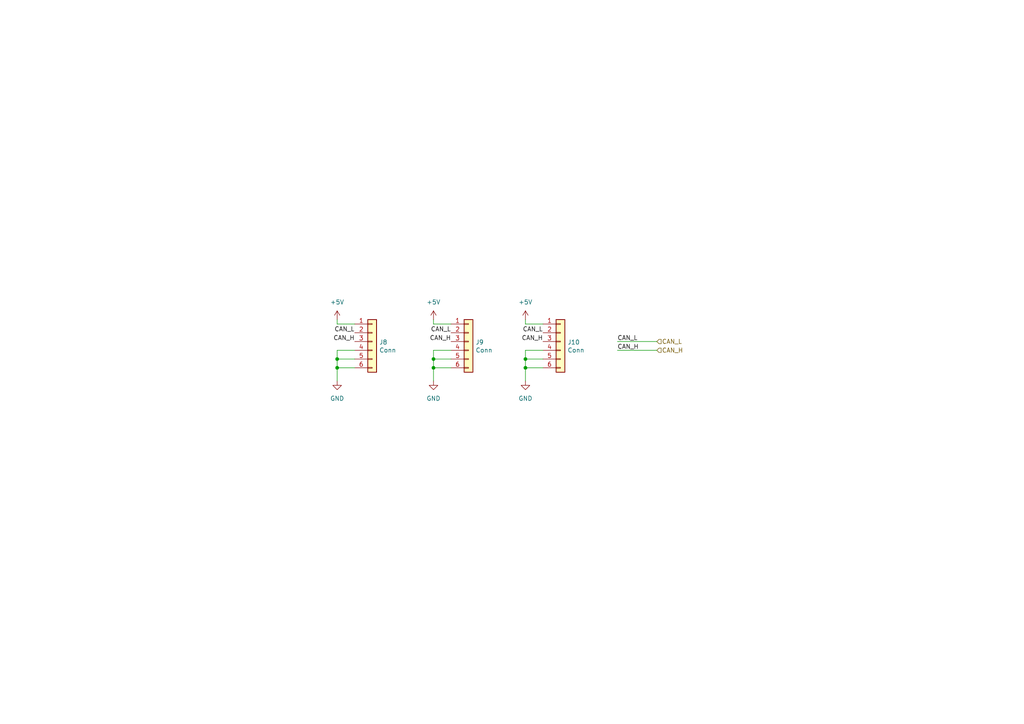
<source format=kicad_sch>
(kicad_sch (version 20211123) (generator eeschema)
  (paper "A4")
  (lib_symbols
    (symbol "Connector_Generic:Conn_01x06" (pin_names (offset 1.016) hide)
      (property "Reference" "J" (at 0 7.62 0))
      (property "Value" "Conn_01x06" (at 0 -10.16 0))
      (symbol "Conn_01x06_1_1"
        (rectangle (start -1.27 -7.493) (end 0 -7.747) (stroke (width 0.1524)))
        (rectangle (start -1.27 -4.953) (end 0 -5.207) (stroke (width 0.1524)))
        (rectangle (start -1.27 -2.413) (end 0 -2.667) (stroke (width 0.1524)))
        (rectangle (start -1.27 0.127) (end 0 -0.127) (stroke (width 0.1524)))
        (rectangle (start -1.27 2.667) (end 0 2.413) (stroke (width 0.1524)))
        (rectangle (start -1.27 5.207) (end 0 4.953) (stroke (width 0.1524)))
        (rectangle (start -1.27 6.35) (end 1.27 -8.89) (stroke (width 0.254)) (fill (type background)))
        (pin passive line (at -5.08 5.08 0) (length 3.81) (name "Pin_1") (number "1"))
        (pin passive line (at -5.08 2.54 0) (length 3.81) (name "Pin_2") (number "2"))
        (pin passive line (at -5.08 0 0) (length 3.81) (name "Pin_3") (number "3"))
        (pin passive line (at -5.08 -2.54 0) (length 3.81) (name "Pin_4") (number "4"))
        (pin passive line (at -5.08 -5.08 0) (length 3.81) (name "Pin_5") (number "5"))
        (pin passive line (at -5.08 -7.62 0) (length 3.81) (name "Pin_6") (number "6"))
      )
    )
    (symbol "power:+5V" (power) (pin_names (offset 0))
      (property "Value" "+5V" (at 0 3.556 0))
      (symbol "+5V_0_1"
        (polyline (pts (xy -0.762 1.27) (xy 0 2.54)))
        (polyline (pts (xy 0 0) (xy 0 2.54)))
        (polyline (pts (xy 0 2.54) (xy 0.762 1.27)))
      )
      (symbol "+5V_1_1"
        (pin power_in line (at 0 0 90) (length 0) hide (name "+5V") (number "1"))
      )
    )
    (symbol "power:GND" (power) (pin_names (offset 0))
      (property "Value" "GND" (at 0 -3.81 0))
      (symbol "GND_0_1"
        (polyline (pts (xy 0 0) (xy 0 -1.27) (xy 1.27 -1.27) (xy 0 -2.54) (xy -1.27 -1.27) (xy 0 -1.27)))
      )
      (symbol "GND_1_1"
        (pin power_in line (at 0 0 270) (length 0) hide (name "GND") (number "1"))
      )
    )
  )
  (junction (at 97.79 106.68))
  (junction (at 152.4 104.14))
  (junction (at 97.79 104.14))
  (junction (at 152.4 106.68))
  (junction (at 125.73 104.14))
  (junction (at 125.73 106.68))
  (wire (pts (xy 97.79 93.98) (xy 102.87 93.98)))
  (wire (pts (xy 97.79 93.98) (xy 97.79 92.71)))
  (wire (pts (xy 152.4 93.98) (xy 152.4 92.71)))
  (wire (pts (xy 97.79 104.14) (xy 102.87 104.14)))
  (wire (pts (xy 152.4 104.14) (xy 152.4 106.68)))
  (wire (pts (xy 152.4 101.6) (xy 157.48 101.6)))
  (wire (pts (xy 125.73 93.98) (xy 125.73 92.71)))
  (wire (pts (xy 152.4 101.6) (xy 152.4 104.14)))
  (wire (pts (xy 125.73 104.14) (xy 130.81 104.14)))
  (wire (pts (xy 97.79 101.6) (xy 97.79 104.14)))
  (wire (pts (xy 125.73 101.6) (xy 130.81 101.6)))
  (wire (pts (xy 125.73 106.68) (xy 125.73 110.49)))
  (wire (pts (xy 97.79 101.6) (xy 102.87 101.6)))
  (wire (pts (xy 97.79 106.68) (xy 97.79 110.49)))
  (wire (pts (xy 97.79 104.14) (xy 97.79 106.68)))
  (wire (pts (xy 190.5 99.06) (xy 179.07 99.06)))
  (wire (pts (xy 125.73 93.98) (xy 130.81 93.98)))
  (wire (pts (xy 152.4 106.68) (xy 157.48 106.68)))
  (wire (pts (xy 125.73 104.14) (xy 125.73 106.68)))
  (wire (pts (xy 125.73 101.6) (xy 125.73 104.14)))
  (wire (pts (xy 125.73 106.68) (xy 130.81 106.68)))
  (wire (pts (xy 152.4 93.98) (xy 157.48 93.98)))
  (wire (pts (xy 152.4 106.68) (xy 152.4 110.49)))
  (wire (pts (xy 97.79 106.68) (xy 102.87 106.68)))
  (wire (pts (xy 152.4 104.14) (xy 157.48 104.14)))
  (wire (pts (xy 190.5 101.6) (xy 179.07 101.6)))
  (label "CAN_L" (at 130.81 96.52 180))
  (label "CAN_H" (at 157.48 99.06 180))
  (label "CAN_L" (at 157.48 96.52 180))
  (label "CAN_L" (at 179.07 99.06 0))
  (label "CAN_H" (at 179.07 101.6 0))
  (label "CAN_L" (at 102.87 96.52 180))
  (label "CAN_H" (at 102.87 99.06 180))
  (label "CAN_H" (at 130.81 99.06 180))
  (hierarchical_label "CAN_L" (shape input) (at 190.5 99.06 0))
  (hierarchical_label "CAN_H" (shape input) (at 190.5 101.6 0))
  (symbol (lib_id "Connector_Generic:Conn_01x06") (at 135.89 99.06 0) (unit 1)
    (property "Reference" "J9" (at 137.922 99.2632 0) (effects (justify left)))
    (property "Value" "Conn" (at 137.922 101.5746 0) (effects (justify left)))
    (property "Footprint" "bldc_lib:21322604YY" (effects hide))
  )
  (symbol (lib_id "power:GND") (at 125.73 110.49 0) (unit 1)
    (property "Reference" "#PWR018" (effects hide))
    (property "Value" "GND" (at 125.73 115.57 0))
  )
  (symbol (lib_id "power:+5V") (at 97.79 92.71 0) (unit 1)
    (property "Reference" "#PWR015" (effects hide))
    (property "Value" "+5V" (at 97.79 87.63 0))
  )
  (symbol (lib_id "power:GND") (at 97.79 110.49 0) (unit 1)
    (property "Reference" "#PWR016" (effects hide))
    (property "Value" "GND" (at 97.79 115.57 0))
  )
  (symbol (lib_id "Connector_Generic:Conn_01x06") (at 107.95 99.06 0) (unit 1)
    (property "Reference" "J8" (at 109.982 99.2632 0) (effects (justify left)))
    (property "Value" "Conn" (at 109.982 101.5746 0) (effects (justify left)))
    (property "Footprint" "bldc_lib:21322604YY" (effects hide))
  )
  (symbol (lib_id "power:GND") (at 152.4 110.49 0) (unit 1)
    (property "Reference" "#PWR020" (effects hide))
    (property "Value" "GND" (at 152.4 115.57 0))
  )
  (symbol (lib_id "power:+5V") (at 152.4 92.71 0) (unit 1)
    (property "Reference" "#PWR019" (effects hide))
    (property "Value" "+5V" (at 152.4 87.63 0))
  )
  (symbol (lib_id "Connector_Generic:Conn_01x06") (at 162.56 99.06 0) (unit 1)
    (property "Reference" "J10" (at 164.592 99.2632 0) (effects (justify left)))
    (property "Value" "Conn" (at 164.592 101.5746 0) (effects (justify left)))
    (property "Footprint" "bldc_lib:21322604YY" (effects hide))
  )
  (symbol (lib_id "power:+5V") (at 125.73 92.71 0) (unit 1)
    (property "Reference" "#PWR017" (effects hide))
    (property "Value" "+5V" (at 125.73 87.63 0))
  )
)
</source>
